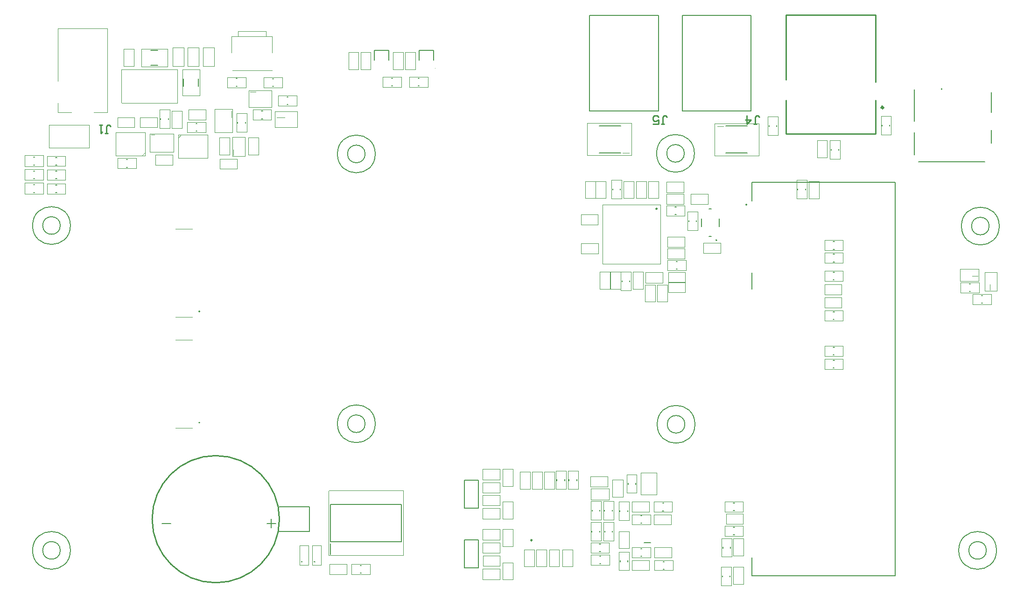
<source format=gto>
G04 Layer_Color=65535*
%FSLAX44Y44*%
%MOMM*%
G71*
G01*
G75*
%ADD60C,0.4000*%
%ADD62C,0.2000*%
%ADD63C,0.2540*%
%ADD65C,0.2500*%
%ADD104C,0.1270*%
%ADD105C,0.1524*%
%ADD106C,0.2032*%
%ADD107C,0.1000*%
%ADD108C,0.1984*%
%ADD109C,0.0500*%
D60*
X1565908Y876197D02*
G03*
X1565908Y876197I-1781J0D01*
G01*
D62*
X1318872Y699950D02*
G03*
X1318872Y699950I-1382J0D01*
G01*
X1264150Y635390D02*
G03*
X1264150Y635390I-1000J0D01*
G01*
X325250Y305000D02*
G03*
X325250Y303000I0J-1000D01*
G01*
D02*
G03*
X325250Y305000I0J1000D01*
G01*
X325250Y507000D02*
G03*
X325250Y505000I0J-1000D01*
G01*
D02*
G03*
X325250Y507000I0J1000D01*
G01*
X1327500Y25500D02*
X1587500D01*
Y740500D01*
X1327500D02*
X1587500D01*
X1327500Y25500D02*
Y59290D01*
Y706890D02*
Y740500D01*
Y547000D02*
Y576570D01*
X563340Y87480D02*
Y155480D01*
X691340D01*
Y87480D02*
Y155480D01*
X563340Y87480D02*
X691340D01*
X563440Y64730D02*
Y83980D01*
X1131610Y85980D02*
X1143610D01*
X831700Y148900D02*
Y199700D01*
X806300D02*
X831700D01*
X806300Y148900D02*
Y199700D01*
Y148900D02*
X831700D01*
X806300Y40300D02*
Y91100D01*
Y40300D02*
X831700D01*
Y91100D01*
X806300D02*
X831700D01*
X1201050Y870230D02*
X1326050D01*
X1201050D02*
Y1043250D01*
X1326050D01*
Y870230D02*
Y1043250D01*
X1033050Y870230D02*
X1158050D01*
X1033050D02*
Y1043250D01*
X1158050D01*
Y870230D02*
Y1043250D01*
D63*
X470443Y128680D02*
G03*
X470443Y128680I-115433J0D01*
G01*
X1552300Y828950D02*
Y889810D01*
X1389700Y828950D02*
Y889810D01*
Y828950D02*
X1552300D01*
Y922270D02*
Y1044850D01*
X1389700Y926460D02*
Y1044850D01*
X1552300D01*
X154392Y829088D02*
X159471D01*
X156931D01*
Y841784D01*
X159471Y844323D01*
X162010D01*
X164549Y841784D01*
X149314Y844323D02*
X144236D01*
X146775D01*
Y829088D01*
X149314Y831627D01*
X1331332Y846012D02*
X1336411D01*
X1333871D01*
Y858708D01*
X1336411Y861247D01*
X1338950D01*
X1341489Y858708D01*
X1318636Y861247D02*
Y846012D01*
X1326254Y853630D01*
X1316097D01*
X1163332Y846012D02*
X1168411D01*
X1165872D01*
Y858708D01*
X1168411Y861247D01*
X1170950D01*
X1173489Y858708D01*
X1148097Y846012D02*
X1158254D01*
Y853630D01*
X1153176Y851090D01*
X1150636D01*
X1148097Y853630D01*
Y858708D01*
X1150636Y861247D01*
X1155715D01*
X1158254Y858708D01*
D65*
X928750Y90500D02*
G03*
X928750Y90500I-1250J0D01*
G01*
X1155490Y692500D02*
G03*
X1155490Y692500I-989J0D01*
G01*
D104*
X1672585Y909850D02*
G03*
X1672585Y909850I-1005J0D01*
G01*
X1235950Y660490D02*
Y674490D01*
X1267950Y660490D02*
Y674490D01*
X1249950Y642490D02*
X1253950D01*
X1249950Y692490D02*
X1253950D01*
X1050540Y793540D02*
X1089540D01*
X1050540Y842540D02*
X1089540D01*
X1279840Y842981D02*
X1318840D01*
X1279840Y793981D02*
X1318840D01*
X1629780Y777750D02*
X1749880D01*
X1622430Y790650D02*
Y831250D01*
Y851450D02*
Y908750D01*
X1761930Y811750D02*
Y835650D01*
Y867450D02*
Y903550D01*
X237050Y980190D02*
X250050D01*
X237050Y953190D02*
X250050D01*
X296440Y915050D02*
Y928050D01*
X323440Y915050D02*
Y928050D01*
X669250Y962740D02*
Y980140D01*
X642750D02*
X669250D01*
X642750Y962740D02*
Y980140D01*
X723750Y962740D02*
Y980140D01*
X750250D01*
Y962740D02*
Y980140D01*
D105*
X91290Y72000D02*
G03*
X91290Y72000I-34290J0D01*
G01*
Y662000D02*
G03*
X91290Y662000I-34290J0D01*
G01*
X1771290Y72000D02*
G03*
X1771290Y72000I-34290J0D01*
G01*
X1776290Y661000D02*
G03*
X1776290Y661000I-34290J0D01*
G01*
X1224290Y301021D02*
G03*
X1224290Y301021I-34290J0D01*
G01*
X644290Y302021D02*
G03*
X644290Y302021I-34290J0D01*
G01*
X1223290Y793021D02*
G03*
X1223290Y793021I-34290J0D01*
G01*
X644290Y792000D02*
G03*
X644290Y792000I-34290J0D01*
G01*
X617000Y44750D02*
X619032D01*
X616984Y30888D02*
X619016D01*
X673968Y915620D02*
X676000D01*
X673984Y929482D02*
X676016D01*
X987750Y198968D02*
Y201000D01*
X973888Y198984D02*
Y201016D01*
X1050988Y69820D02*
X1053020D01*
X1051004Y83682D02*
X1053036D01*
X721968Y915620D02*
X724000D01*
X721984Y929482D02*
X724016D01*
X1051488Y47820D02*
X1053520D01*
X1051504Y61682D02*
X1053536D01*
X1009750Y198968D02*
Y201000D01*
X995888Y198984D02*
Y201016D01*
X1037770Y143570D02*
Y145602D01*
X1051632Y143554D02*
Y145586D01*
X1074270Y143538D02*
Y145570D01*
X1060408Y143554D02*
Y145586D01*
X1051270Y105538D02*
Y107570D01*
X1037408Y105554D02*
Y107586D01*
X1060770Y105570D02*
Y107602D01*
X1074632Y105554D02*
Y107586D01*
X1102200Y142448D02*
Y144480D01*
X1088338Y142464D02*
Y144496D01*
X1165450Y157730D02*
X1167482D01*
X1165434Y143868D02*
X1167466D01*
X1126078Y121230D02*
X1128110D01*
X1126094Y135092D02*
X1128126D01*
X1088700Y51500D02*
Y53532D01*
X1102562Y51484D02*
Y53516D01*
X1166610Y51730D02*
X1168642D01*
X1166594Y37868D02*
X1168626D01*
X1102870Y192090D02*
Y194122D01*
X1116732Y192074D02*
Y194106D01*
X1126078Y61230D02*
X1128110D01*
X1126094Y75092D02*
X1128126D01*
X1372750Y841968D02*
Y844000D01*
X1358888Y841984D02*
Y844016D01*
X1227000Y668968D02*
Y671000D01*
X1213138Y668984D02*
Y671016D01*
X1089000Y726968D02*
Y729000D01*
X1075138Y726984D02*
Y729016D01*
X1106000Y559968D02*
Y562000D01*
X1092138Y559984D02*
Y562016D01*
X1190250Y596750D02*
X1192282D01*
X1190234Y582888D02*
X1192266D01*
X1577750Y842968D02*
Y845000D01*
X1563888Y842984D02*
Y845016D01*
X1471250Y799000D02*
Y801032D01*
X1485112Y798984D02*
Y801016D01*
X1188250Y695750D02*
X1190282D01*
X1188234Y681888D02*
X1190266D01*
X1288750Y75968D02*
Y78000D01*
X1274888Y75984D02*
Y78016D01*
X1293968Y100250D02*
X1296000D01*
X1293984Y114112D02*
X1296016D01*
X1293968Y144250D02*
X1296000D01*
X1293984Y158112D02*
X1296016D01*
X1287750Y24068D02*
Y26100D01*
X1273888Y24084D02*
Y26116D01*
X1474968Y403250D02*
X1477000D01*
X1474984Y417112D02*
X1477016D01*
X1474968Y427250D02*
X1477000D01*
X1474984Y441112D02*
X1477016D01*
X1744000Y534750D02*
X1746032D01*
X1743984Y520888D02*
X1746016D01*
X1474968Y491250D02*
X1477000D01*
X1474984Y505112D02*
X1477016D01*
X1474968Y563250D02*
X1477000D01*
X1474984Y577112D02*
X1477016D01*
X1721968Y542250D02*
X1724000D01*
X1721984Y556112D02*
X1724016D01*
X1424750Y726718D02*
Y728750D01*
X1410888Y726734D02*
Y728766D01*
X408750Y847968D02*
Y850000D01*
X394888Y847984D02*
Y850016D01*
X438000Y869750D02*
X440032D01*
X437984Y855888D02*
X440016D01*
X458000Y928750D02*
X460032D01*
X457984Y914888D02*
X460016D01*
X483968Y882000D02*
X486000D01*
X483984Y895862D02*
X486016D01*
X64602Y735750D02*
X66634D01*
X64586Y721888D02*
X66618D01*
X64602Y760750D02*
X66634D01*
X64586Y746888D02*
X66618D01*
X64602Y785750D02*
X66634D01*
X64586Y771888D02*
X66618D01*
X24332Y736080D02*
X26364D01*
X24316Y722218D02*
X26348D01*
X24332Y761080D02*
X26364D01*
X24316Y747218D02*
X26348D01*
X24332Y786080D02*
X26364D01*
X24316Y772218D02*
X26348D01*
X319218Y833520D02*
X321250D01*
X319234Y847382D02*
X321266D01*
X269000Y854636D02*
Y856668D01*
X255138Y854652D02*
Y856684D01*
X193000Y781750D02*
X195032D01*
X192984Y767888D02*
X195016D01*
X391968Y915250D02*
X394000D01*
X391984Y929112D02*
X394016D01*
X1475000Y609750D02*
X1477032D01*
X1474984Y595888D02*
X1477016D01*
X1475000Y632750D02*
X1477032D01*
X1474984Y618888D02*
X1477016D01*
D106*
X72999Y72000D02*
G03*
X72999Y72000I-15999J0D01*
G01*
Y662000D02*
G03*
X72999Y662000I-15999J0D01*
G01*
X1753000Y72000D02*
G03*
X1753000Y72000I-15999J0D01*
G01*
X1758000Y661000D02*
G03*
X1758000Y661000I-15999J0D01*
G01*
X1205999Y301021D02*
G03*
X1205999Y301021I-15999J0D01*
G01*
X625999Y302021D02*
G03*
X625999Y302021I-15999J0D01*
G01*
X1204999Y793021D02*
G03*
X1204999Y793021I-15999J0D01*
G01*
X625999Y792000D02*
G03*
X625999Y792000I-15999J0D01*
G01*
X470010Y150980D02*
X525010D01*
Y106380D02*
Y150980D01*
X470010Y106380D02*
X525010D01*
D107*
X672280Y947420D02*
G03*
X672280Y947420I-500J0D01*
G01*
X753280D02*
G03*
X753280Y947420I-500J0D01*
G01*
X113500Y854500D02*
G03*
X113500Y855500I0J500D01*
G01*
D02*
G03*
X113500Y854500I0J-500D01*
G01*
X559750Y62750D02*
Y180250D01*
X560250Y180750D01*
X695250D01*
Y62750D02*
Y180750D01*
X559750Y62750D02*
X695250D01*
X1057000Y592000D02*
Y699500D01*
X1161500D01*
X1057000Y592000D02*
X1161500D01*
Y699500D01*
X1028980Y789750D02*
X1109230D01*
X1028980D02*
Y847500D01*
X1028730Y847750D02*
X1028980Y847500D01*
X1028730Y847750D02*
X1109230D01*
Y789750D02*
Y847750D01*
X1093230Y794000D02*
X1104730D01*
X1260150Y846771D02*
X1340400D01*
Y789021D02*
Y846771D01*
Y789021D02*
X1340650Y788771D01*
X1260150D02*
X1340650D01*
X1260150D02*
Y846771D01*
X1264650Y842521D02*
X1276150D01*
X385370Y830820D02*
Y873570D01*
X353370Y830820D02*
X385370D01*
X353370D02*
Y873570D01*
X385370D01*
X383620Y858320D02*
Y870320D01*
X414750Y907000D02*
X456000D01*
Y876720D02*
Y907000D01*
X414750Y876720D02*
X456000D01*
X414750D02*
Y907000D01*
X417250Y905000D02*
X427750D01*
X52500Y803250D02*
Y844250D01*
X125000D01*
X52500Y803250D02*
X124750D01*
X125000Y803500D01*
Y844250D01*
X456940Y975880D02*
Y1005880D01*
X383940D02*
X456940D01*
X383940Y975880D02*
Y1005880D01*
X445840D02*
Y1014880D01*
X395040D02*
X445840D01*
X395040Y1005880D02*
Y1014880D01*
X385440Y943380D02*
X456940D01*
X634750Y28750D02*
Y47250D01*
X601250D02*
X634750D01*
X601250Y28750D02*
Y47250D01*
Y28750D02*
X634750D01*
X658250Y913120D02*
Y931620D01*
Y913120D02*
X691750D01*
Y931620D01*
X658250D02*
X691750D01*
X971750Y183250D02*
X990250D01*
Y216750D01*
X971750D02*
X990250D01*
X971750Y183250D02*
Y216750D01*
X1035270Y67320D02*
Y85820D01*
Y67320D02*
X1068770D01*
Y85820D01*
X1035270D02*
X1068770D01*
X706250Y913120D02*
Y931620D01*
Y913120D02*
X739750D01*
Y931620D01*
X706250D02*
X739750D01*
X1035770Y45320D02*
Y63820D01*
Y45320D02*
X1069270D01*
Y63820D01*
X1035770D02*
X1069270D01*
X993750Y183250D02*
X1012250D01*
Y216750D01*
X993750D02*
X1012250D01*
X993750Y183250D02*
Y216750D01*
X1035270Y161320D02*
X1053770D01*
X1035270Y127820D02*
Y161320D01*
Y127820D02*
X1053770D01*
Y161320D01*
X1058270Y127820D02*
X1076770D01*
Y161320D01*
X1058270D02*
X1076770D01*
X1058270Y127820D02*
Y161320D01*
X1035270Y89820D02*
X1053770D01*
Y123320D01*
X1035270D02*
X1053770D01*
X1035270Y89820D02*
Y123320D01*
X1058270D02*
X1076770D01*
X1058270Y89820D02*
Y123320D01*
Y89820D02*
X1076770D01*
Y123320D01*
X1086200Y126730D02*
X1104700D01*
Y160230D01*
X1086200D02*
X1104700D01*
X1086200Y126730D02*
Y160230D01*
X1183200Y141730D02*
Y160230D01*
X1149700D02*
X1183200D01*
X1149700Y141730D02*
Y160230D01*
Y141730D02*
X1183200D01*
X1110360Y118730D02*
Y137230D01*
Y118730D02*
X1143860D01*
Y137230D01*
X1110360D02*
X1143860D01*
X1086200Y69250D02*
X1104700D01*
X1086200Y35750D02*
Y69250D01*
Y35750D02*
X1104700D01*
Y69250D01*
X1184360Y35730D02*
Y54230D01*
X1150860D02*
X1184360D01*
X1150860Y35730D02*
Y54230D01*
Y35730D02*
X1184360D01*
X1100370Y209840D02*
X1118870D01*
X1100370Y176340D02*
Y209840D01*
Y176340D02*
X1118870D01*
Y209840D01*
X1110360Y58730D02*
Y77230D01*
Y58730D02*
X1143860D01*
Y77230D01*
X1110360D02*
X1143860D01*
X1356750Y826250D02*
X1375250D01*
Y859750D01*
X1356750D02*
X1375250D01*
X1356750Y826250D02*
Y859750D01*
X1211000Y653250D02*
X1229500D01*
Y686750D01*
X1211000D02*
X1229500D01*
X1211000Y653250D02*
Y686750D01*
X1073000Y711250D02*
X1091500D01*
Y744750D01*
X1073000D02*
X1091500D01*
X1073000Y711250D02*
Y744750D01*
X1090000Y544250D02*
X1108500D01*
Y577750D01*
X1090000D02*
X1108500D01*
X1090000Y544250D02*
Y577750D01*
X1208000Y580750D02*
Y599250D01*
X1174500D02*
X1208000D01*
X1174500Y580750D02*
Y599250D01*
Y580750D02*
X1208000D01*
X1561750Y827250D02*
X1580250D01*
Y860750D01*
X1561750D02*
X1580250D01*
X1561750Y827250D02*
Y860750D01*
X1468750Y816750D02*
X1487250D01*
X1468750Y783250D02*
Y816750D01*
Y783250D02*
X1487250D01*
Y816750D01*
X1206000Y679750D02*
Y698250D01*
X1172500D02*
X1206000D01*
X1172500Y679750D02*
Y698250D01*
Y679750D02*
X1206000D01*
X1272750Y60250D02*
X1291250D01*
Y93750D01*
X1272750D02*
X1291250D01*
X1272750Y60250D02*
Y93750D01*
X1278250Y97750D02*
Y116250D01*
Y97750D02*
X1311750D01*
Y116250D01*
X1278250D02*
X1311750D01*
X1278250Y141750D02*
Y160250D01*
Y141750D02*
X1311750D01*
Y160250D01*
X1278250D02*
X1311750D01*
X1271750Y8350D02*
X1290250D01*
Y41850D01*
X1271750D02*
X1290250D01*
X1271750Y8350D02*
Y41850D01*
X1459250Y400750D02*
Y419250D01*
Y400750D02*
X1492750D01*
Y419250D01*
X1459250D02*
X1492750D01*
X1459250Y424750D02*
Y443250D01*
Y424750D02*
X1492750D01*
Y443250D01*
X1459250D02*
X1492750D01*
X1761750Y518750D02*
Y537250D01*
X1728250D02*
X1761750D01*
X1728250Y518750D02*
Y537250D01*
Y518750D02*
X1761750D01*
X1459250Y488750D02*
Y507250D01*
Y488750D02*
X1492750D01*
Y507250D01*
X1459250D02*
X1492750D01*
X1459250Y560750D02*
Y579250D01*
Y560750D02*
X1492750D01*
Y579250D01*
X1459250D02*
X1492750D01*
X1706250Y539750D02*
Y558250D01*
Y539750D02*
X1739750D01*
Y558250D01*
X1706250D02*
X1739750D01*
X1408750Y711000D02*
X1427250D01*
Y744500D01*
X1408750D02*
X1427250D01*
X1408750Y711000D02*
Y744500D01*
X392750Y832250D02*
X411250D01*
Y865750D01*
X392750D02*
X411250D01*
X392750Y832250D02*
Y865750D01*
X455750Y853750D02*
Y872250D01*
X422250D02*
X455750D01*
X422250Y853750D02*
Y872250D01*
Y853750D02*
X455750D01*
X475750Y912750D02*
Y931250D01*
X442250D02*
X475750D01*
X442250Y912750D02*
Y931250D01*
Y912750D02*
X475750D01*
X468250Y879500D02*
Y898000D01*
Y879500D02*
X501750D01*
Y898000D01*
X468250D02*
X501750D01*
X82352Y719750D02*
Y738250D01*
X48852D02*
X82352D01*
X48852Y719750D02*
Y738250D01*
Y719750D02*
X82352D01*
Y744750D02*
Y763250D01*
X48852D02*
X82352D01*
X48852Y744750D02*
Y763250D01*
Y744750D02*
X82352D01*
Y769750D02*
Y788250D01*
X48852D02*
X82352D01*
X48852Y769750D02*
Y788250D01*
Y769750D02*
X82352D01*
X1126020Y212840D02*
X1155220D01*
X1126020Y172840D02*
X1155220D01*
Y212840D01*
X1126020Y172840D02*
Y212840D01*
X1759340Y544860D02*
Y555110D01*
X1750090Y542860D02*
Y577110D01*
X1772090D01*
Y542860D02*
Y577110D01*
X1750090Y542860D02*
X1772090D01*
X1726890Y570340D02*
X1737140D01*
X1704890Y561090D02*
X1739140D01*
X1704890D02*
Y583090D01*
X1739140D01*
Y561090D02*
Y583090D01*
X462250Y869268D02*
X503250D01*
Y840068D02*
Y869268D01*
X462250Y840068D02*
X503250D01*
X462250D02*
Y869268D01*
X466000Y858498D02*
X479750D01*
X42332Y719330D02*
Y739330D01*
X8332D02*
X42332D01*
X8332Y719330D02*
Y739330D01*
Y719330D02*
X42332D01*
Y744330D02*
Y764330D01*
X8332D02*
X42332D01*
X8332Y744330D02*
Y764330D01*
Y744330D02*
X42332D01*
Y769330D02*
Y789330D01*
X8332D02*
X42332D01*
X8332Y769330D02*
Y789330D01*
Y769330D02*
X42332D01*
X282250Y294000D02*
X312250D01*
X282250Y454000D02*
X312250D01*
X282250Y496000D02*
X312250D01*
X282250Y656000D02*
X312250D01*
X1074720Y169230D02*
X1094220D01*
Y200730D01*
X1074720D02*
X1094220D01*
X1074720Y169230D02*
Y200730D01*
X870770Y129250D02*
Y148750D01*
X839270D02*
X870770D01*
X839270Y129250D02*
Y148750D01*
Y129250D02*
X870770D01*
Y199970D02*
Y219470D01*
X839270D02*
X870770D01*
X839270Y199970D02*
Y219470D01*
Y199970D02*
X870770D01*
Y90970D02*
Y110470D01*
X839270D02*
X870770D01*
X839270Y90970D02*
Y110470D01*
Y90970D02*
X870770D01*
Y18970D02*
Y38470D01*
X839270D02*
X870770D01*
X839270Y18970D02*
Y38470D01*
Y18970D02*
X870770D01*
X1166020Y557970D02*
Y577470D01*
X1134520D02*
X1166020D01*
X1134520Y557970D02*
Y577470D01*
Y557970D02*
X1166020D01*
X1204020Y721970D02*
Y741470D01*
X1172520D02*
X1204020D01*
X1172520Y721970D02*
Y741470D01*
Y721970D02*
X1204020D01*
X220140Y982410D02*
X267130D01*
Y950660D02*
Y982410D01*
X220140Y950660D02*
X267130D01*
X220140D02*
Y982410D01*
X294220Y898140D02*
Y945130D01*
X325970D01*
Y898140D02*
Y945130D01*
X294220Y898140D02*
X325970D01*
X284450Y945680D02*
X284950Y945180D01*
Y884180D02*
Y945180D01*
X183950Y945680D02*
X284450D01*
X184950Y884180D02*
X284950D01*
X183950Y885180D02*
Y945680D01*
Y885180D02*
X184950Y884180D01*
X561590Y28730D02*
X592590D01*
X561590D02*
Y47230D01*
X592590Y28730D02*
Y47230D01*
X561590D02*
X592590D01*
X676730Y945780D02*
Y976780D01*
X695230D01*
X676730Y945780D02*
X695230D01*
Y976780D01*
X698730Y945780D02*
Y976780D01*
X717230D01*
X698730Y945780D02*
X717230D01*
Y976780D01*
X1068770Y177422D02*
Y184422D01*
X1035270D02*
X1068770D01*
X1035270Y164172D02*
Y184422D01*
Y164172D02*
X1068770D01*
Y177422D01*
X875730Y129250D02*
Y160250D01*
X894230D01*
X875730Y129250D02*
X894230D01*
Y160250D01*
X595730Y945780D02*
Y976780D01*
X614230D01*
X595730Y945780D02*
X614230D01*
Y976780D01*
X617730Y945780D02*
Y976780D01*
X636230D01*
X617730Y945780D02*
X636230D01*
Y976780D01*
X839410Y172270D02*
X870410D01*
Y153770D02*
Y172270D01*
X839410Y153770D02*
Y172270D01*
Y153770D02*
X870410D01*
X839270Y176730D02*
X870270D01*
X839270D02*
Y195230D01*
X870270Y176730D02*
Y195230D01*
X839270D02*
X870270D01*
X894270Y188470D02*
Y219470D01*
X875770Y188470D02*
X894270D01*
X875770Y219470D02*
X894270D01*
X875770Y188470D02*
Y219470D01*
X894270Y79470D02*
Y110470D01*
X875770Y79470D02*
X894270D01*
X875770Y110470D02*
X894270D01*
X875770Y79470D02*
Y110470D01*
X839410Y85750D02*
X870410D01*
Y67250D02*
Y85750D01*
X839410Y67250D02*
Y85750D01*
Y67250D02*
X870410D01*
X839590Y43730D02*
X870590D01*
X839590D02*
Y62230D01*
X870590Y43730D02*
Y62230D01*
X839590D02*
X870590D01*
X875730Y18970D02*
Y49970D01*
X894230D01*
X875730Y18970D02*
X894230D01*
Y49970D01*
X1149860Y137250D02*
X1180860D01*
Y118750D02*
Y137250D01*
X1149860Y118750D02*
Y137250D01*
Y118750D02*
X1180860D01*
X1110360Y160250D02*
X1141360D01*
Y141750D02*
Y160250D01*
X1110360Y141750D02*
Y160250D01*
Y141750D02*
X1141360D01*
X955270Y42590D02*
Y73590D01*
X936770Y42590D02*
X955270D01*
X936770Y73590D02*
X955270D01*
X936770Y42590D02*
Y73590D01*
X933270Y42590D02*
Y73590D01*
X914770Y42590D02*
X933270D01*
X914770Y73590D02*
X933270D01*
X914770Y42590D02*
Y73590D01*
X928730Y183410D02*
Y214410D01*
X947230D01*
X928730Y183410D02*
X947230D01*
Y214410D01*
X906730Y183410D02*
Y214410D01*
X925230D01*
X906730Y183410D02*
X925230D01*
Y214410D01*
X1034930Y205942D02*
X1065930D01*
Y187442D02*
Y205942D01*
X1034930Y187442D02*
Y205942D01*
Y187442D02*
X1065930D01*
X950730Y183410D02*
Y214410D01*
X969230D01*
X950730Y183410D02*
X969230D01*
Y214410D01*
X1002270Y42590D02*
Y73590D01*
X983770Y42590D02*
X1002270D01*
X983770Y73590D02*
X1002270D01*
X983770Y42590D02*
Y73590D01*
X978270Y42590D02*
Y73590D01*
X959770Y42590D02*
X978270D01*
X959770Y73590D02*
X978270D01*
X959770Y42590D02*
Y73590D01*
X1104700Y75570D02*
Y106570D01*
X1086200Y75570D02*
X1104700D01*
X1086200Y106570D02*
X1104700D01*
X1086200Y75570D02*
Y106570D01*
X1150860Y77250D02*
X1181860D01*
Y58750D02*
Y77250D01*
X1150860Y58750D02*
Y77250D01*
Y58750D02*
X1181860D01*
X1110360Y54250D02*
X1141360D01*
Y35750D02*
Y54250D01*
X1110360Y35750D02*
Y54250D01*
Y35750D02*
X1141360D01*
X1216840Y700730D02*
X1247840D01*
X1216840D02*
Y719230D01*
X1247840Y700730D02*
Y719230D01*
X1216840D02*
X1247840D01*
X1239840Y611730D02*
X1270840D01*
X1239840D02*
Y630230D01*
X1270840Y611730D02*
Y630230D01*
X1239840D02*
X1270840D01*
X1464270Y785590D02*
Y816590D01*
X1445770Y785590D02*
X1464270D01*
X1445770Y816590D02*
X1464270D01*
X1445770Y785590D02*
Y816590D01*
X1094980Y711410D02*
Y742410D01*
X1113480D01*
X1094980Y711410D02*
X1113480D01*
Y742410D01*
X1070270Y546590D02*
Y577590D01*
X1051770Y546590D02*
X1070270D01*
X1051770Y577590D02*
X1070270D01*
X1051770Y546590D02*
Y577590D01*
X1043730Y711410D02*
Y742410D01*
X1062230D01*
X1043730Y711410D02*
X1062230D01*
Y742410D01*
X1025730Y711410D02*
Y742410D01*
X1044230D01*
X1025730Y711410D02*
X1044230D01*
Y742410D01*
X1152520Y523590D02*
Y554590D01*
X1134020Y523590D02*
X1152520D01*
X1134020Y554590D02*
X1152520D01*
X1134020Y523590D02*
Y554590D01*
X1174520Y523590D02*
Y554590D01*
X1156020Y523590D02*
X1174520D01*
X1156020Y554590D02*
X1174520D01*
X1156020Y523590D02*
Y554590D01*
X1130520Y546590D02*
Y577590D01*
X1112020Y546590D02*
X1130520D01*
X1112020Y577590D02*
X1130520D01*
X1112020Y546590D02*
Y577590D01*
X1089270Y546590D02*
Y577590D01*
X1070770Y546590D02*
X1089270D01*
X1070770Y577590D02*
X1089270D01*
X1070770Y546590D02*
Y577590D01*
X1017590Y663730D02*
X1048590D01*
X1017590D02*
Y682230D01*
X1048590Y663730D02*
Y682230D01*
X1017590D02*
X1048590D01*
X1017840Y610730D02*
X1048840D01*
X1017840D02*
Y629230D01*
X1048840Y610730D02*
Y629230D01*
X1017840D02*
X1048840D01*
X1175660Y577270D02*
X1206660D01*
Y558770D02*
Y577270D01*
X1175660Y558770D02*
Y577270D01*
Y558770D02*
X1206660D01*
X1174660Y620270D02*
X1205660D01*
Y601770D02*
Y620270D01*
X1174660Y601770D02*
Y620270D01*
Y601770D02*
X1205660D01*
X1175660Y559520D02*
X1206660D01*
Y541020D02*
Y559520D01*
X1175660Y541020D02*
Y559520D01*
Y541020D02*
X1206660D01*
X1174660Y641270D02*
X1205660D01*
Y622770D02*
Y641270D01*
X1174660Y622770D02*
Y641270D01*
Y622770D02*
X1205660D01*
X1172660Y719270D02*
X1203660D01*
Y700770D02*
Y719270D01*
X1172660Y700770D02*
Y719270D01*
Y700770D02*
X1203660D01*
X1139980Y711410D02*
Y742410D01*
X1158480D01*
X1139980Y711410D02*
X1158480D01*
Y742410D01*
X1117980Y711410D02*
Y742410D01*
X1136480D01*
X1117980Y711410D02*
X1136480D01*
Y742410D01*
X1312270Y62590D02*
Y93590D01*
X1293770Y62590D02*
X1312270D01*
X1293770Y93590D02*
X1312270D01*
X1293770Y62590D02*
Y93590D01*
X1280690Y119730D02*
X1311690D01*
X1280690D02*
Y138230D01*
X1311690Y119730D02*
Y138230D01*
X1280690D02*
X1311690D01*
X1312270Y10690D02*
Y41690D01*
X1293770Y10690D02*
X1312270D01*
X1293770Y41690D02*
X1312270D01*
X1293770Y10690D02*
Y41690D01*
X1459410Y531270D02*
X1490410D01*
Y512770D02*
Y531270D01*
X1459410Y512770D02*
Y531270D01*
Y512770D02*
X1490410D01*
X1459410Y555270D02*
X1490410D01*
Y536770D02*
Y555270D01*
X1459410Y536770D02*
Y555270D01*
Y536770D02*
X1490410D01*
X1430730Y711160D02*
Y742160D01*
X1449230D01*
X1430730Y711160D02*
X1449230D01*
Y742160D01*
X276750Y984910D02*
X283750D01*
X276750Y951410D02*
Y984910D01*
Y951410D02*
X297000D01*
Y984910D01*
X283750D02*
X297000D01*
X303750Y984910D02*
X310750D01*
X303750Y951410D02*
Y984910D01*
Y951410D02*
X324000D01*
Y984910D01*
X310750D02*
X324000D01*
X331750Y984910D02*
X338750D01*
X331750Y951410D02*
Y984910D01*
Y951410D02*
X352000D01*
Y984910D01*
X338750D02*
X352000D01*
X187730Y951410D02*
Y982410D01*
X206230D01*
X187730Y951410D02*
X206230D01*
Y982410D01*
X362590Y764730D02*
X393590D01*
X362590D02*
Y783230D01*
X393590Y764730D02*
Y783230D01*
X362590D02*
X393590D01*
X432270Y790590D02*
Y821590D01*
X413770Y790590D02*
X432270D01*
X413770Y821590D02*
X432270D01*
X413770Y790590D02*
Y821590D01*
X380270Y790590D02*
Y821590D01*
X361770Y790590D02*
X380270D01*
X361770Y821590D02*
X380270D01*
X361770Y790590D02*
Y821590D01*
X305840Y854000D02*
X336840D01*
X305840D02*
Y872500D01*
X336840Y854000D02*
Y872500D01*
X305840D02*
X336840D01*
X274980Y839078D02*
Y870078D01*
X293480D01*
X274980Y839078D02*
X293480D01*
Y870078D01*
X217840Y840000D02*
X248840D01*
X217840D02*
Y858500D01*
X248840Y840000D02*
Y858500D01*
X217840D02*
X248840D01*
X245590Y771730D02*
X276590D01*
X245590D02*
Y790230D01*
X276590Y771730D02*
Y790230D01*
X245590D02*
X276590D01*
X176660Y858540D02*
X207660D01*
Y840040D02*
Y858540D01*
X176660Y840040D02*
Y858540D01*
Y840040D02*
X207660D01*
X286750Y784520D02*
Y784770D01*
Y784520D02*
X340000D01*
Y826770D01*
X286750Y784770D02*
Y826770D01*
X340000D01*
X286750Y820270D02*
Y821020D01*
X292500Y826770D01*
X226750Y830770D02*
Y831020D01*
X173500D02*
X226750D01*
X173500Y788770D02*
Y831020D01*
X226750Y788770D02*
Y830770D01*
X173500Y788770D02*
X226750D01*
Y794520D02*
Y795270D01*
X221000Y788770D02*
X226750Y794520D01*
X303500Y831020D02*
Y849520D01*
Y831020D02*
X337000D01*
Y849520D01*
X303500D02*
X337000D01*
X253000Y838918D02*
X271500D01*
Y872418D01*
X253000D02*
X271500D01*
X253000Y838918D02*
Y872418D01*
X210750Y765750D02*
Y784250D01*
X177250D02*
X210750D01*
X177250Y765750D02*
Y784250D01*
Y765750D02*
X210750D01*
X376250Y912750D02*
Y931250D01*
Y912750D02*
X409750D01*
Y931250D01*
X376250D02*
X409750D01*
X235000Y828500D02*
X235250Y828750D01*
X278250D01*
X235000Y795500D02*
Y828500D01*
Y795500D02*
X278250D01*
Y828750D01*
X237500Y826500D02*
X244000D01*
X386840Y789760D02*
Y799760D01*
X385200Y787720D02*
X408450D01*
Y822220D01*
X385200D02*
X408450D01*
X385200Y787720D02*
Y822220D01*
X1492750Y593750D02*
Y612250D01*
X1459250D02*
X1492750D01*
X1459250Y593750D02*
Y612250D01*
Y593750D02*
X1492750D01*
Y616750D02*
Y635250D01*
X1459250D02*
X1492750D01*
X1459250Y616750D02*
Y635250D01*
Y616750D02*
X1492750D01*
X68500Y867500D02*
X93500D01*
X68500D02*
Y884500D01*
X133500Y867500D02*
X158500D01*
Y1019500D01*
X68500D02*
X158500D01*
X68500Y924500D02*
Y1019500D01*
X523500Y45500D02*
Y81000D01*
X523250Y45250D02*
X523500Y45500D01*
X507250Y45250D02*
X523250D01*
X507250D02*
Y81000D01*
X523500D01*
X546500Y45500D02*
Y81000D01*
X546250Y45250D02*
X546500Y45500D01*
X530250Y45250D02*
X546250D01*
X530250D02*
Y81000D01*
X546500D01*
D108*
X257243Y120755D02*
X273311D01*
X455778Y128793D02*
Y112725D01*
X447744Y120759D02*
X463812D01*
D109*
X509750Y52250D02*
X511083D01*
X511749Y51584D01*
X511083Y50917D01*
X509750D01*
X510750D01*
Y52250D01*
X532750D02*
X534083D01*
X534749Y51584D01*
X534083Y50917D01*
X532750D01*
X533750D01*
Y52250D01*
M02*

</source>
